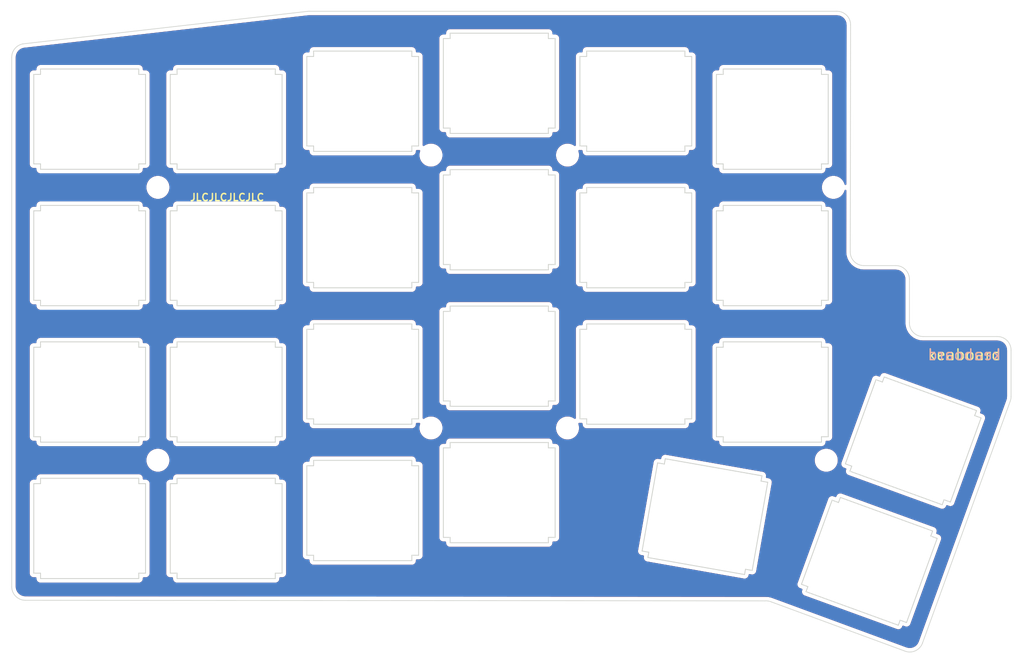
<source format=kicad_pcb>
(kicad_pcb (version 20171130) (host pcbnew 5.1.6-c6e7f7d~87~ubuntu20.04.1)
  (layers (0 F.Cu signal) (31 B.Cu signal) (34 B.Paste user) (35 F.Paste user) (36 B.SilkS user) (37 F.SilkS user) (38 B.Mask user) (39 F.Mask user) (44 Edge.Cuts user))
  (net 0 "")
  (module parts:MX-Alps_Switch_Cutout_simple (layer F.Cu) (at 163.141036 109.370348 340)
    (fp_text reference REF** hide)
    (fp_text value MX-Alps_Switch_Cutout_simple hide)
    (fp_line (start -7.8 -6.25) (end -6.85 -6.25) (layer Edge.Cuts) (width 0.12))
    (fp_line (start -7.8 6.25) (end -7.8 -6.25) (layer Edge.Cuts) (width 0.12))
    (fp_line (start -6.85 6.25) (end -7.8 6.25) (layer Edge.Cuts) (width 0.12))
    (fp_line (start -6.85 7) (end -6.85 6.25) (layer Edge.Cuts) (width 0.12))
    (fp_line (start 6.85 7) (end -6.85 7) (layer Edge.Cuts) (width 0.12))
    (fp_line (start 6.85 6.25) (end 6.85 7) (layer Edge.Cuts) (width 0.12))
    (fp_line (start 7.8 6.25) (end 6.85 6.25) (layer Edge.Cuts) (width 0.12))
    (fp_line (start 7.8 -6.25) (end 7.8 6.25) (layer Edge.Cuts) (width 0.12))
    (fp_line (start 6.85 -6.25) (end 7.8 -6.25) (layer Edge.Cuts) (width 0.12))
    (fp_line (start 6.85 -7) (end 6.85 -6.25) (layer Edge.Cuts) (width 0.12))
    (fp_line (start -6.85 -7) (end 6.85 -7) (layer Edge.Cuts) (width 0.12))
    (fp_line (start -6.85 -6.25) (end -6.85 -7) (layer Edge.Cuts) (width 0.12))
  )
  (module parts:MX-Alps_Switch_Cutout_simple (layer F.Cu) (at 169.263588 92.548775 340)
    (fp_text reference REF** hide)
    (fp_text value MX-Alps_Switch_Cutout_simple hide)
    (fp_line (start -7.8 -6.25) (end -6.85 -6.25) (layer Edge.Cuts) (width 0.12))
    (fp_line (start -7.8 6.25) (end -7.8 -6.25) (layer Edge.Cuts) (width 0.12))
    (fp_line (start -6.85 6.25) (end -7.8 6.25) (layer Edge.Cuts) (width 0.12))
    (fp_line (start -6.85 7) (end -6.85 6.25) (layer Edge.Cuts) (width 0.12))
    (fp_line (start 6.85 7) (end -6.85 7) (layer Edge.Cuts) (width 0.12))
    (fp_line (start 6.85 6.25) (end 6.85 7) (layer Edge.Cuts) (width 0.12))
    (fp_line (start 7.8 6.25) (end 6.85 6.25) (layer Edge.Cuts) (width 0.12))
    (fp_line (start 7.8 -6.25) (end 7.8 6.25) (layer Edge.Cuts) (width 0.12))
    (fp_line (start 6.85 -6.25) (end 7.8 -6.25) (layer Edge.Cuts) (width 0.12))
    (fp_line (start 6.85 -7) (end 6.85 -6.25) (layer Edge.Cuts) (width 0.12))
    (fp_line (start -6.85 -7) (end 6.85 -7) (layer Edge.Cuts) (width 0.12))
    (fp_line (start -6.85 -6.25) (end -6.85 -7) (layer Edge.Cuts) (width 0.12))
  )
  (module parts:MX-Alps_Switch_Cutout_simple (layer F.Cu) (at 140.201127 103.129912 350)
    (fp_text reference REF** hide)
    (fp_text value MX-Alps_Switch_Cutout_simple hide)
    (fp_line (start -7.8 -6.25) (end -6.85 -6.25) (layer Edge.Cuts) (width 0.12))
    (fp_line (start -7.8 6.25) (end -7.8 -6.25) (layer Edge.Cuts) (width 0.12))
    (fp_line (start -6.85 6.25) (end -7.8 6.25) (layer Edge.Cuts) (width 0.12))
    (fp_line (start -6.85 7) (end -6.85 6.25) (layer Edge.Cuts) (width 0.12))
    (fp_line (start 6.85 7) (end -6.85 7) (layer Edge.Cuts) (width 0.12))
    (fp_line (start 6.85 6.25) (end 6.85 7) (layer Edge.Cuts) (width 0.12))
    (fp_line (start 7.8 6.25) (end 6.85 6.25) (layer Edge.Cuts) (width 0.12))
    (fp_line (start 7.8 -6.25) (end 7.8 6.25) (layer Edge.Cuts) (width 0.12))
    (fp_line (start 6.85 -6.25) (end 7.8 -6.25) (layer Edge.Cuts) (width 0.12))
    (fp_line (start 6.85 -7) (end 6.85 -6.25) (layer Edge.Cuts) (width 0.12))
    (fp_line (start -6.85 -7) (end 6.85 -7) (layer Edge.Cuts) (width 0.12))
    (fp_line (start -6.85 -6.25) (end -6.85 -7) (layer Edge.Cuts) (width 0.12))
  )
  (module parts:MX-Alps_Switch_Cutout_simple (layer F.Cu) (at 149.606 66.675)
    (fp_text reference REF** hide)
    (fp_text value MX-Alps_Switch_Cutout_simple hide)
    (fp_line (start -7.8 -6.25) (end -6.85 -6.25) (layer Edge.Cuts) (width 0.12))
    (fp_line (start -7.8 6.25) (end -7.8 -6.25) (layer Edge.Cuts) (width 0.12))
    (fp_line (start -6.85 6.25) (end -7.8 6.25) (layer Edge.Cuts) (width 0.12))
    (fp_line (start -6.85 7) (end -6.85 6.25) (layer Edge.Cuts) (width 0.12))
    (fp_line (start 6.85 7) (end -6.85 7) (layer Edge.Cuts) (width 0.12))
    (fp_line (start 6.85 6.25) (end 6.85 7) (layer Edge.Cuts) (width 0.12))
    (fp_line (start 7.8 6.25) (end 6.85 6.25) (layer Edge.Cuts) (width 0.12))
    (fp_line (start 7.8 -6.25) (end 7.8 6.25) (layer Edge.Cuts) (width 0.12))
    (fp_line (start 6.85 -6.25) (end 7.8 -6.25) (layer Edge.Cuts) (width 0.12))
    (fp_line (start 6.85 -7) (end 6.85 -6.25) (layer Edge.Cuts) (width 0.12))
    (fp_line (start -6.85 -7) (end 6.85 -7) (layer Edge.Cuts) (width 0.12))
    (fp_line (start -6.85 -6.25) (end -6.85 -7) (layer Edge.Cuts) (width 0.12))
  )
  (module parts:MX-Alps_Switch_Cutout_simple (layer F.Cu) (at 130.556 83.225)
    (fp_text reference REF** hide)
    (fp_text value MX-Alps_Switch_Cutout_simple hide)
    (fp_line (start -7.8 -6.25) (end -6.85 -6.25) (layer Edge.Cuts) (width 0.12))
    (fp_line (start -7.8 6.25) (end -7.8 -6.25) (layer Edge.Cuts) (width 0.12))
    (fp_line (start -6.85 6.25) (end -7.8 6.25) (layer Edge.Cuts) (width 0.12))
    (fp_line (start -6.85 7) (end -6.85 6.25) (layer Edge.Cuts) (width 0.12))
    (fp_line (start 6.85 7) (end -6.85 7) (layer Edge.Cuts) (width 0.12))
    (fp_line (start 6.85 6.25) (end 6.85 7) (layer Edge.Cuts) (width 0.12))
    (fp_line (start 7.8 6.25) (end 6.85 6.25) (layer Edge.Cuts) (width 0.12))
    (fp_line (start 7.8 -6.25) (end 7.8 6.25) (layer Edge.Cuts) (width 0.12))
    (fp_line (start 6.85 -6.25) (end 7.8 -6.25) (layer Edge.Cuts) (width 0.12))
    (fp_line (start 6.85 -7) (end 6.85 -6.25) (layer Edge.Cuts) (width 0.12))
    (fp_line (start -6.85 -7) (end 6.85 -7) (layer Edge.Cuts) (width 0.12))
    (fp_line (start -6.85 -6.25) (end -6.85 -7) (layer Edge.Cuts) (width 0.12))
  )
  (module parts:MX-Alps_Switch_Cutout_simple (layer F.Cu) (at 149.606 47.625)
    (fp_text reference REF** hide)
    (fp_text value MX-Alps_Switch_Cutout_simple hide)
    (fp_line (start -7.8 -6.25) (end -6.85 -6.25) (layer Edge.Cuts) (width 0.12))
    (fp_line (start -7.8 6.25) (end -7.8 -6.25) (layer Edge.Cuts) (width 0.12))
    (fp_line (start -6.85 6.25) (end -7.8 6.25) (layer Edge.Cuts) (width 0.12))
    (fp_line (start -6.85 7) (end -6.85 6.25) (layer Edge.Cuts) (width 0.12))
    (fp_line (start 6.85 7) (end -6.85 7) (layer Edge.Cuts) (width 0.12))
    (fp_line (start 6.85 6.25) (end 6.85 7) (layer Edge.Cuts) (width 0.12))
    (fp_line (start 7.8 6.25) (end 6.85 6.25) (layer Edge.Cuts) (width 0.12))
    (fp_line (start 7.8 -6.25) (end 7.8 6.25) (layer Edge.Cuts) (width 0.12))
    (fp_line (start 6.85 -6.25) (end 7.8 -6.25) (layer Edge.Cuts) (width 0.12))
    (fp_line (start 6.85 -7) (end 6.85 -6.25) (layer Edge.Cuts) (width 0.12))
    (fp_line (start -6.85 -7) (end 6.85 -7) (layer Edge.Cuts) (width 0.12))
    (fp_line (start -6.85 -6.25) (end -6.85 -7) (layer Edge.Cuts) (width 0.12))
  )
  (module parts:MX-Alps_Switch_Cutout_simple (layer F.Cu) (at 130.556 64.175)
    (fp_text reference REF** hide)
    (fp_text value MX-Alps_Switch_Cutout_simple hide)
    (fp_line (start -7.8 -6.25) (end -6.85 -6.25) (layer Edge.Cuts) (width 0.12))
    (fp_line (start -7.8 6.25) (end -7.8 -6.25) (layer Edge.Cuts) (width 0.12))
    (fp_line (start -6.85 6.25) (end -7.8 6.25) (layer Edge.Cuts) (width 0.12))
    (fp_line (start -6.85 7) (end -6.85 6.25) (layer Edge.Cuts) (width 0.12))
    (fp_line (start 6.85 7) (end -6.85 7) (layer Edge.Cuts) (width 0.12))
    (fp_line (start 6.85 6.25) (end 6.85 7) (layer Edge.Cuts) (width 0.12))
    (fp_line (start 7.8 6.25) (end 6.85 6.25) (layer Edge.Cuts) (width 0.12))
    (fp_line (start 7.8 -6.25) (end 7.8 6.25) (layer Edge.Cuts) (width 0.12))
    (fp_line (start 6.85 -6.25) (end 7.8 -6.25) (layer Edge.Cuts) (width 0.12))
    (fp_line (start 6.85 -7) (end 6.85 -6.25) (layer Edge.Cuts) (width 0.12))
    (fp_line (start -6.85 -7) (end 6.85 -7) (layer Edge.Cuts) (width 0.12))
    (fp_line (start -6.85 -6.25) (end -6.85 -7) (layer Edge.Cuts) (width 0.12))
  )
  (module parts:MX-Alps_Switch_Cutout_simple (layer F.Cu) (at 130.556 45.125)
    (fp_text reference REF** hide)
    (fp_text value MX-Alps_Switch_Cutout_simple hide)
    (fp_line (start -7.8 -6.25) (end -6.85 -6.25) (layer Edge.Cuts) (width 0.12))
    (fp_line (start -7.8 6.25) (end -7.8 -6.25) (layer Edge.Cuts) (width 0.12))
    (fp_line (start -6.85 6.25) (end -7.8 6.25) (layer Edge.Cuts) (width 0.12))
    (fp_line (start -6.85 7) (end -6.85 6.25) (layer Edge.Cuts) (width 0.12))
    (fp_line (start 6.85 7) (end -6.85 7) (layer Edge.Cuts) (width 0.12))
    (fp_line (start 6.85 6.25) (end 6.85 7) (layer Edge.Cuts) (width 0.12))
    (fp_line (start 7.8 6.25) (end 6.85 6.25) (layer Edge.Cuts) (width 0.12))
    (fp_line (start 7.8 -6.25) (end 7.8 6.25) (layer Edge.Cuts) (width 0.12))
    (fp_line (start 6.85 -6.25) (end 7.8 -6.25) (layer Edge.Cuts) (width 0.12))
    (fp_line (start 6.85 -7) (end 6.85 -6.25) (layer Edge.Cuts) (width 0.12))
    (fp_line (start -6.85 -7) (end 6.85 -7) (layer Edge.Cuts) (width 0.12))
    (fp_line (start -6.85 -6.25) (end -6.85 -7) (layer Edge.Cuts) (width 0.12))
  )
  (module parts:MX-Alps_Switch_Cutout_simple (layer F.Cu) (at 149.606 85.725)
    (fp_text reference REF** hide)
    (fp_text value MX-Alps_Switch_Cutout_simple hide)
    (fp_line (start -7.8 -6.25) (end -6.85 -6.25) (layer Edge.Cuts) (width 0.12))
    (fp_line (start -7.8 6.25) (end -7.8 -6.25) (layer Edge.Cuts) (width 0.12))
    (fp_line (start -6.85 6.25) (end -7.8 6.25) (layer Edge.Cuts) (width 0.12))
    (fp_line (start -6.85 7) (end -6.85 6.25) (layer Edge.Cuts) (width 0.12))
    (fp_line (start 6.85 7) (end -6.85 7) (layer Edge.Cuts) (width 0.12))
    (fp_line (start 6.85 6.25) (end 6.85 7) (layer Edge.Cuts) (width 0.12))
    (fp_line (start 7.8 6.25) (end 6.85 6.25) (layer Edge.Cuts) (width 0.12))
    (fp_line (start 7.8 -6.25) (end 7.8 6.25) (layer Edge.Cuts) (width 0.12))
    (fp_line (start 6.85 -6.25) (end 7.8 -6.25) (layer Edge.Cuts) (width 0.12))
    (fp_line (start 6.85 -7) (end 6.85 -6.25) (layer Edge.Cuts) (width 0.12))
    (fp_line (start -6.85 -7) (end 6.85 -7) (layer Edge.Cuts) (width 0.12))
    (fp_line (start -6.85 -6.25) (end -6.85 -7) (layer Edge.Cuts) (width 0.12))
  )
  (module parts:MX-Alps_Switch_Cutout_simple (layer F.Cu) (at 111.506 80.725)
    (fp_text reference REF** hide)
    (fp_text value MX-Alps_Switch_Cutout_simple hide)
    (fp_line (start -7.8 -6.25) (end -6.85 -6.25) (layer Edge.Cuts) (width 0.12))
    (fp_line (start -7.8 6.25) (end -7.8 -6.25) (layer Edge.Cuts) (width 0.12))
    (fp_line (start -6.85 6.25) (end -7.8 6.25) (layer Edge.Cuts) (width 0.12))
    (fp_line (start -6.85 7) (end -6.85 6.25) (layer Edge.Cuts) (width 0.12))
    (fp_line (start 6.85 7) (end -6.85 7) (layer Edge.Cuts) (width 0.12))
    (fp_line (start 6.85 6.25) (end 6.85 7) (layer Edge.Cuts) (width 0.12))
    (fp_line (start 7.8 6.25) (end 6.85 6.25) (layer Edge.Cuts) (width 0.12))
    (fp_line (start 7.8 -6.25) (end 7.8 6.25) (layer Edge.Cuts) (width 0.12))
    (fp_line (start 6.85 -6.25) (end 7.8 -6.25) (layer Edge.Cuts) (width 0.12))
    (fp_line (start 6.85 -7) (end 6.85 -6.25) (layer Edge.Cuts) (width 0.12))
    (fp_line (start -6.85 -7) (end 6.85 -7) (layer Edge.Cuts) (width 0.12))
    (fp_line (start -6.85 -6.25) (end -6.85 -7) (layer Edge.Cuts) (width 0.12))
  )
  (module parts:MX-Alps_Switch_Cutout_simple (layer F.Cu) (at 111.506 99.775)
    (fp_text reference REF** hide)
    (fp_text value MX-Alps_Switch_Cutout_simple hide)
    (fp_line (start -7.8 -6.25) (end -6.85 -6.25) (layer Edge.Cuts) (width 0.12))
    (fp_line (start -7.8 6.25) (end -7.8 -6.25) (layer Edge.Cuts) (width 0.12))
    (fp_line (start -6.85 6.25) (end -7.8 6.25) (layer Edge.Cuts) (width 0.12))
    (fp_line (start -6.85 7) (end -6.85 6.25) (layer Edge.Cuts) (width 0.12))
    (fp_line (start 6.85 7) (end -6.85 7) (layer Edge.Cuts) (width 0.12))
    (fp_line (start 6.85 6.25) (end 6.85 7) (layer Edge.Cuts) (width 0.12))
    (fp_line (start 7.8 6.25) (end 6.85 6.25) (layer Edge.Cuts) (width 0.12))
    (fp_line (start 7.8 -6.25) (end 7.8 6.25) (layer Edge.Cuts) (width 0.12))
    (fp_line (start 6.85 -6.25) (end 7.8 -6.25) (layer Edge.Cuts) (width 0.12))
    (fp_line (start 6.85 -7) (end 6.85 -6.25) (layer Edge.Cuts) (width 0.12))
    (fp_line (start -6.85 -7) (end 6.85 -7) (layer Edge.Cuts) (width 0.12))
    (fp_line (start -6.85 -6.25) (end -6.85 -7) (layer Edge.Cuts) (width 0.12))
  )
  (module parts:MX-Alps_Switch_Cutout_simple (layer F.Cu) (at 111.506 42.625)
    (fp_text reference REF** hide)
    (fp_text value MX-Alps_Switch_Cutout_simple hide)
    (fp_line (start -7.8 -6.25) (end -6.85 -6.25) (layer Edge.Cuts) (width 0.12))
    (fp_line (start -7.8 6.25) (end -7.8 -6.25) (layer Edge.Cuts) (width 0.12))
    (fp_line (start -6.85 6.25) (end -7.8 6.25) (layer Edge.Cuts) (width 0.12))
    (fp_line (start -6.85 7) (end -6.85 6.25) (layer Edge.Cuts) (width 0.12))
    (fp_line (start 6.85 7) (end -6.85 7) (layer Edge.Cuts) (width 0.12))
    (fp_line (start 6.85 6.25) (end 6.85 7) (layer Edge.Cuts) (width 0.12))
    (fp_line (start 7.8 6.25) (end 6.85 6.25) (layer Edge.Cuts) (width 0.12))
    (fp_line (start 7.8 -6.25) (end 7.8 6.25) (layer Edge.Cuts) (width 0.12))
    (fp_line (start 6.85 -6.25) (end 7.8 -6.25) (layer Edge.Cuts) (width 0.12))
    (fp_line (start 6.85 -7) (end 6.85 -6.25) (layer Edge.Cuts) (width 0.12))
    (fp_line (start -6.85 -7) (end 6.85 -7) (layer Edge.Cuts) (width 0.12))
    (fp_line (start -6.85 -6.25) (end -6.85 -7) (layer Edge.Cuts) (width 0.12))
  )
  (module parts:MX-Alps_Switch_Cutout_simple (layer F.Cu) (at 111.506 61.675)
    (fp_text reference REF** hide)
    (fp_text value MX-Alps_Switch_Cutout_simple hide)
    (fp_line (start -7.8 -6.25) (end -6.85 -6.25) (layer Edge.Cuts) (width 0.12))
    (fp_line (start -7.8 6.25) (end -7.8 -6.25) (layer Edge.Cuts) (width 0.12))
    (fp_line (start -6.85 6.25) (end -7.8 6.25) (layer Edge.Cuts) (width 0.12))
    (fp_line (start -6.85 7) (end -6.85 6.25) (layer Edge.Cuts) (width 0.12))
    (fp_line (start 6.85 7) (end -6.85 7) (layer Edge.Cuts) (width 0.12))
    (fp_line (start 6.85 6.25) (end 6.85 7) (layer Edge.Cuts) (width 0.12))
    (fp_line (start 7.8 6.25) (end 6.85 6.25) (layer Edge.Cuts) (width 0.12))
    (fp_line (start 7.8 -6.25) (end 7.8 6.25) (layer Edge.Cuts) (width 0.12))
    (fp_line (start 6.85 -6.25) (end 7.8 -6.25) (layer Edge.Cuts) (width 0.12))
    (fp_line (start 6.85 -7) (end 6.85 -6.25) (layer Edge.Cuts) (width 0.12))
    (fp_line (start -6.85 -7) (end 6.85 -7) (layer Edge.Cuts) (width 0.12))
    (fp_line (start -6.85 -6.25) (end -6.85 -7) (layer Edge.Cuts) (width 0.12))
  )
  (module parts:MX-Alps_Switch_Cutout_simple (layer F.Cu) (at 73.406 66.675)
    (fp_text reference REF** hide)
    (fp_text value MX-Alps_Switch_Cutout_simple hide)
    (fp_line (start -7.8 -6.25) (end -6.85 -6.25) (layer Edge.Cuts) (width 0.12))
    (fp_line (start -7.8 6.25) (end -7.8 -6.25) (layer Edge.Cuts) (width 0.12))
    (fp_line (start -6.85 6.25) (end -7.8 6.25) (layer Edge.Cuts) (width 0.12))
    (fp_line (start -6.85 7) (end -6.85 6.25) (layer Edge.Cuts) (width 0.12))
    (fp_line (start 6.85 7) (end -6.85 7) (layer Edge.Cuts) (width 0.12))
    (fp_line (start 6.85 6.25) (end 6.85 7) (layer Edge.Cuts) (width 0.12))
    (fp_line (start 7.8 6.25) (end 6.85 6.25) (layer Edge.Cuts) (width 0.12))
    (fp_line (start 7.8 -6.25) (end 7.8 6.25) (layer Edge.Cuts) (width 0.12))
    (fp_line (start 6.85 -6.25) (end 7.8 -6.25) (layer Edge.Cuts) (width 0.12))
    (fp_line (start 6.85 -7) (end 6.85 -6.25) (layer Edge.Cuts) (width 0.12))
    (fp_line (start -6.85 -7) (end 6.85 -7) (layer Edge.Cuts) (width 0.12))
    (fp_line (start -6.85 -6.25) (end -6.85 -7) (layer Edge.Cuts) (width 0.12))
  )
  (module parts:MX-Alps_Switch_Cutout_simple (layer F.Cu) (at 73.406 85.725)
    (fp_text reference REF** hide)
    (fp_text value MX-Alps_Switch_Cutout_simple hide)
    (fp_line (start -7.8 -6.25) (end -6.85 -6.25) (layer Edge.Cuts) (width 0.12))
    (fp_line (start -7.8 6.25) (end -7.8 -6.25) (layer Edge.Cuts) (width 0.12))
    (fp_line (start -6.85 6.25) (end -7.8 6.25) (layer Edge.Cuts) (width 0.12))
    (fp_line (start -6.85 7) (end -6.85 6.25) (layer Edge.Cuts) (width 0.12))
    (fp_line (start 6.85 7) (end -6.85 7) (layer Edge.Cuts) (width 0.12))
    (fp_line (start 6.85 6.25) (end 6.85 7) (layer Edge.Cuts) (width 0.12))
    (fp_line (start 7.8 6.25) (end 6.85 6.25) (layer Edge.Cuts) (width 0.12))
    (fp_line (start 7.8 -6.25) (end 7.8 6.25) (layer Edge.Cuts) (width 0.12))
    (fp_line (start 6.85 -6.25) (end 7.8 -6.25) (layer Edge.Cuts) (width 0.12))
    (fp_line (start 6.85 -7) (end 6.85 -6.25) (layer Edge.Cuts) (width 0.12))
    (fp_line (start -6.85 -7) (end 6.85 -7) (layer Edge.Cuts) (width 0.12))
    (fp_line (start -6.85 -6.25) (end -6.85 -7) (layer Edge.Cuts) (width 0.12))
  )
  (module parts:MX-Alps_Switch_Cutout_simple (layer F.Cu) (at 73.406 104.775)
    (fp_text reference REF** hide)
    (fp_text value MX-Alps_Switch_Cutout_simple hide)
    (fp_line (start -7.8 -6.25) (end -6.85 -6.25) (layer Edge.Cuts) (width 0.12))
    (fp_line (start -7.8 6.25) (end -7.8 -6.25) (layer Edge.Cuts) (width 0.12))
    (fp_line (start -6.85 6.25) (end -7.8 6.25) (layer Edge.Cuts) (width 0.12))
    (fp_line (start -6.85 7) (end -6.85 6.25) (layer Edge.Cuts) (width 0.12))
    (fp_line (start 6.85 7) (end -6.85 7) (layer Edge.Cuts) (width 0.12))
    (fp_line (start 6.85 6.25) (end 6.85 7) (layer Edge.Cuts) (width 0.12))
    (fp_line (start 7.8 6.25) (end 6.85 6.25) (layer Edge.Cuts) (width 0.12))
    (fp_line (start 7.8 -6.25) (end 7.8 6.25) (layer Edge.Cuts) (width 0.12))
    (fp_line (start 6.85 -6.25) (end 7.8 -6.25) (layer Edge.Cuts) (width 0.12))
    (fp_line (start 6.85 -7) (end 6.85 -6.25) (layer Edge.Cuts) (width 0.12))
    (fp_line (start -6.85 -7) (end 6.85 -7) (layer Edge.Cuts) (width 0.12))
    (fp_line (start -6.85 -6.25) (end -6.85 -7) (layer Edge.Cuts) (width 0.12))
  )
  (module parts:MX-Alps_Switch_Cutout_simple (layer F.Cu) (at 73.406 47.625)
    (fp_text reference REF** hide)
    (fp_text value MX-Alps_Switch_Cutout_simple hide)
    (fp_line (start -7.8 -6.25) (end -6.85 -6.25) (layer Edge.Cuts) (width 0.12))
    (fp_line (start -7.8 6.25) (end -7.8 -6.25) (layer Edge.Cuts) (width 0.12))
    (fp_line (start -6.85 6.25) (end -7.8 6.25) (layer Edge.Cuts) (width 0.12))
    (fp_line (start -6.85 7) (end -6.85 6.25) (layer Edge.Cuts) (width 0.12))
    (fp_line (start 6.85 7) (end -6.85 7) (layer Edge.Cuts) (width 0.12))
    (fp_line (start 6.85 6.25) (end 6.85 7) (layer Edge.Cuts) (width 0.12))
    (fp_line (start 7.8 6.25) (end 6.85 6.25) (layer Edge.Cuts) (width 0.12))
    (fp_line (start 7.8 -6.25) (end 7.8 6.25) (layer Edge.Cuts) (width 0.12))
    (fp_line (start 6.85 -6.25) (end 7.8 -6.25) (layer Edge.Cuts) (width 0.12))
    (fp_line (start 6.85 -7) (end 6.85 -6.25) (layer Edge.Cuts) (width 0.12))
    (fp_line (start -6.85 -7) (end 6.85 -7) (layer Edge.Cuts) (width 0.12))
    (fp_line (start -6.85 -6.25) (end -6.85 -7) (layer Edge.Cuts) (width 0.12))
  )
  (module parts:MX-Alps_Switch_Cutout_simple (layer F.Cu) (at 92.456 45.125)
    (fp_text reference REF** hide)
    (fp_text value MX-Alps_Switch_Cutout_simple hide)
    (fp_line (start -7.8 -6.25) (end -6.85 -6.25) (layer Edge.Cuts) (width 0.12))
    (fp_line (start -7.8 6.25) (end -7.8 -6.25) (layer Edge.Cuts) (width 0.12))
    (fp_line (start -6.85 6.25) (end -7.8 6.25) (layer Edge.Cuts) (width 0.12))
    (fp_line (start -6.85 7) (end -6.85 6.25) (layer Edge.Cuts) (width 0.12))
    (fp_line (start 6.85 7) (end -6.85 7) (layer Edge.Cuts) (width 0.12))
    (fp_line (start 6.85 6.25) (end 6.85 7) (layer Edge.Cuts) (width 0.12))
    (fp_line (start 7.8 6.25) (end 6.85 6.25) (layer Edge.Cuts) (width 0.12))
    (fp_line (start 7.8 -6.25) (end 7.8 6.25) (layer Edge.Cuts) (width 0.12))
    (fp_line (start 6.85 -6.25) (end 7.8 -6.25) (layer Edge.Cuts) (width 0.12))
    (fp_line (start 6.85 -7) (end 6.85 -6.25) (layer Edge.Cuts) (width 0.12))
    (fp_line (start -6.85 -7) (end 6.85 -7) (layer Edge.Cuts) (width 0.12))
    (fp_line (start -6.85 -6.25) (end -6.85 -7) (layer Edge.Cuts) (width 0.12))
  )
  (module parts:MX-Alps_Switch_Cutout_simple (layer F.Cu) (at 92.456 64.175)
    (fp_text reference REF** hide)
    (fp_text value MX-Alps_Switch_Cutout_simple hide)
    (fp_line (start -7.8 -6.25) (end -6.85 -6.25) (layer Edge.Cuts) (width 0.12))
    (fp_line (start -7.8 6.25) (end -7.8 -6.25) (layer Edge.Cuts) (width 0.12))
    (fp_line (start -6.85 6.25) (end -7.8 6.25) (layer Edge.Cuts) (width 0.12))
    (fp_line (start -6.85 7) (end -6.85 6.25) (layer Edge.Cuts) (width 0.12))
    (fp_line (start 6.85 7) (end -6.85 7) (layer Edge.Cuts) (width 0.12))
    (fp_line (start 6.85 6.25) (end 6.85 7) (layer Edge.Cuts) (width 0.12))
    (fp_line (start 7.8 6.25) (end 6.85 6.25) (layer Edge.Cuts) (width 0.12))
    (fp_line (start 7.8 -6.25) (end 7.8 6.25) (layer Edge.Cuts) (width 0.12))
    (fp_line (start 6.85 -6.25) (end 7.8 -6.25) (layer Edge.Cuts) (width 0.12))
    (fp_line (start 6.85 -7) (end 6.85 -6.25) (layer Edge.Cuts) (width 0.12))
    (fp_line (start -6.85 -7) (end 6.85 -7) (layer Edge.Cuts) (width 0.12))
    (fp_line (start -6.85 -6.25) (end -6.85 -7) (layer Edge.Cuts) (width 0.12))
  )
  (module parts:MX-Alps_Switch_Cutout_simple (layer F.Cu) (at 92.456 102.275)
    (fp_text reference REF** hide)
    (fp_text value MX-Alps_Switch_Cutout_simple hide)
    (fp_line (start -7.8 -6.25) (end -6.85 -6.25) (layer Edge.Cuts) (width 0.12))
    (fp_line (start -7.8 6.25) (end -7.8 -6.25) (layer Edge.Cuts) (width 0.12))
    (fp_line (start -6.85 6.25) (end -7.8 6.25) (layer Edge.Cuts) (width 0.12))
    (fp_line (start -6.85 7) (end -6.85 6.25) (layer Edge.Cuts) (width 0.12))
    (fp_line (start 6.85 7) (end -6.85 7) (layer Edge.Cuts) (width 0.12))
    (fp_line (start 6.85 6.25) (end 6.85 7) (layer Edge.Cuts) (width 0.12))
    (fp_line (start 7.8 6.25) (end 6.85 6.25) (layer Edge.Cuts) (width 0.12))
    (fp_line (start 7.8 -6.25) (end 7.8 6.25) (layer Edge.Cuts) (width 0.12))
    (fp_line (start 6.85 -6.25) (end 7.8 -6.25) (layer Edge.Cuts) (width 0.12))
    (fp_line (start 6.85 -7) (end 6.85 -6.25) (layer Edge.Cuts) (width 0.12))
    (fp_line (start -6.85 -7) (end 6.85 -7) (layer Edge.Cuts) (width 0.12))
    (fp_line (start -6.85 -6.25) (end -6.85 -7) (layer Edge.Cuts) (width 0.12))
  )
  (module parts:MX-Alps_Switch_Cutout_simple (layer F.Cu) (at 92.456 83.225)
    (fp_text reference REF** hide)
    (fp_text value MX-Alps_Switch_Cutout_simple hide)
    (fp_line (start -7.8 -6.25) (end -6.85 -6.25) (layer Edge.Cuts) (width 0.12))
    (fp_line (start -7.8 6.25) (end -7.8 -6.25) (layer Edge.Cuts) (width 0.12))
    (fp_line (start -6.85 6.25) (end -7.8 6.25) (layer Edge.Cuts) (width 0.12))
    (fp_line (start -6.85 7) (end -6.85 6.25) (layer Edge.Cuts) (width 0.12))
    (fp_line (start 6.85 7) (end -6.85 7) (layer Edge.Cuts) (width 0.12))
    (fp_line (start 6.85 6.25) (end 6.85 7) (layer Edge.Cuts) (width 0.12))
    (fp_line (start 7.8 6.25) (end 6.85 6.25) (layer Edge.Cuts) (width 0.12))
    (fp_line (start 7.8 -6.25) (end 7.8 6.25) (layer Edge.Cuts) (width 0.12))
    (fp_line (start 6.85 -6.25) (end 7.8 -6.25) (layer Edge.Cuts) (width 0.12))
    (fp_line (start 6.85 -7) (end 6.85 -6.25) (layer Edge.Cuts) (width 0.12))
    (fp_line (start -6.85 -7) (end 6.85 -7) (layer Edge.Cuts) (width 0.12))
    (fp_line (start -6.85 -6.25) (end -6.85 -7) (layer Edge.Cuts) (width 0.12))
  )
  (module parts:MX-Alps_Switch_Cutout_simple (layer F.Cu) (at 54.356 47.625)
    (fp_text reference REF** hide)
    (fp_text value MX-Alps_Switch_Cutout_simple hide)
    (fp_line (start -7.8 -6.25) (end -6.85 -6.25) (layer Edge.Cuts) (width 0.12))
    (fp_line (start -7.8 6.25) (end -7.8 -6.25) (layer Edge.Cuts) (width 0.12))
    (fp_line (start -6.85 6.25) (end -7.8 6.25) (layer Edge.Cuts) (width 0.12))
    (fp_line (start -6.85 7) (end -6.85 6.25) (layer Edge.Cuts) (width 0.12))
    (fp_line (start 6.85 7) (end -6.85 7) (layer Edge.Cuts) (width 0.12))
    (fp_line (start 6.85 6.25) (end 6.85 7) (layer Edge.Cuts) (width 0.12))
    (fp_line (start 7.8 6.25) (end 6.85 6.25) (layer Edge.Cuts) (width 0.12))
    (fp_line (start 7.8 -6.25) (end 7.8 6.25) (layer Edge.Cuts) (width 0.12))
    (fp_line (start 6.85 -6.25) (end 7.8 -6.25) (layer Edge.Cuts) (width 0.12))
    (fp_line (start 6.85 -7) (end 6.85 -6.25) (layer Edge.Cuts) (width 0.12))
    (fp_line (start -6.85 -7) (end 6.85 -7) (layer Edge.Cuts) (width 0.12))
    (fp_line (start -6.85 -6.25) (end -6.85 -7) (layer Edge.Cuts) (width 0.12))
  )
  (module parts:MX-Alps_Switch_Cutout_simple (layer F.Cu) (at 54.356 66.675)
    (fp_text reference REF** hide)
    (fp_text value MX-Alps_Switch_Cutout_simple hide)
    (fp_line (start -7.8 -6.25) (end -6.85 -6.25) (layer Edge.Cuts) (width 0.12))
    (fp_line (start -7.8 6.25) (end -7.8 -6.25) (layer Edge.Cuts) (width 0.12))
    (fp_line (start -6.85 6.25) (end -7.8 6.25) (layer Edge.Cuts) (width 0.12))
    (fp_line (start -6.85 7) (end -6.85 6.25) (layer Edge.Cuts) (width 0.12))
    (fp_line (start 6.85 7) (end -6.85 7) (layer Edge.Cuts) (width 0.12))
    (fp_line (start 6.85 6.25) (end 6.85 7) (layer Edge.Cuts) (width 0.12))
    (fp_line (start 7.8 6.25) (end 6.85 6.25) (layer Edge.Cuts) (width 0.12))
    (fp_line (start 7.8 -6.25) (end 7.8 6.25) (layer Edge.Cuts) (width 0.12))
    (fp_line (start 6.85 -6.25) (end 7.8 -6.25) (layer Edge.Cuts) (width 0.12))
    (fp_line (start 6.85 -7) (end 6.85 -6.25) (layer Edge.Cuts) (width 0.12))
    (fp_line (start -6.85 -7) (end 6.85 -7) (layer Edge.Cuts) (width 0.12))
    (fp_line (start -6.85 -6.25) (end -6.85 -7) (layer Edge.Cuts) (width 0.12))
  )
  (module parts:MX-Alps_Switch_Cutout_simple (layer F.Cu) (at 54.356 85.725)
    (fp_text reference REF** hide)
    (fp_text value MX-Alps_Switch_Cutout_simple hide)
    (fp_line (start -7.8 -6.25) (end -6.85 -6.25) (layer Edge.Cuts) (width 0.12))
    (fp_line (start -7.8 6.25) (end -7.8 -6.25) (layer Edge.Cuts) (width 0.12))
    (fp_line (start -6.85 6.25) (end -7.8 6.25) (layer Edge.Cuts) (width 0.12))
    (fp_line (start -6.85 7) (end -6.85 6.25) (layer Edge.Cuts) (width 0.12))
    (fp_line (start 6.85 7) (end -6.85 7) (layer Edge.Cuts) (width 0.12))
    (fp_line (start 6.85 6.25) (end 6.85 7) (layer Edge.Cuts) (width 0.12))
    (fp_line (start 7.8 6.25) (end 6.85 6.25) (layer Edge.Cuts) (width 0.12))
    (fp_line (start 7.8 -6.25) (end 7.8 6.25) (layer Edge.Cuts) (width 0.12))
    (fp_line (start 6.85 -6.25) (end 7.8 -6.25) (layer Edge.Cuts) (width 0.12))
    (fp_line (start 6.85 -7) (end 6.85 -6.25) (layer Edge.Cuts) (width 0.12))
    (fp_line (start -6.85 -7) (end 6.85 -7) (layer Edge.Cuts) (width 0.12))
    (fp_line (start -6.85 -6.25) (end -6.85 -7) (layer Edge.Cuts) (width 0.12))
  )
  (module parts:MX-Alps_Switch_Cutout_simple (layer F.Cu) (at 54.356 104.775)
    (fp_text reference REF** hide)
    (fp_text value MX-Alps_Switch_Cutout_simple hide)
    (fp_line (start -7.8 -6.25) (end -6.85 -6.25) (layer Edge.Cuts) (width 0.12))
    (fp_line (start -7.8 6.25) (end -7.8 -6.25) (layer Edge.Cuts) (width 0.12))
    (fp_line (start -6.85 6.25) (end -7.8 6.25) (layer Edge.Cuts) (width 0.12))
    (fp_line (start -6.85 7) (end -6.85 6.25) (layer Edge.Cuts) (width 0.12))
    (fp_line (start 6.85 7) (end -6.85 7) (layer Edge.Cuts) (width 0.12))
    (fp_line (start 6.85 6.25) (end 6.85 7) (layer Edge.Cuts) (width 0.12))
    (fp_line (start 7.8 6.25) (end 6.85 6.25) (layer Edge.Cuts) (width 0.12))
    (fp_line (start 7.8 -6.25) (end 7.8 6.25) (layer Edge.Cuts) (width 0.12))
    (fp_line (start 6.85 -6.25) (end 7.8 -6.25) (layer Edge.Cuts) (width 0.12))
    (fp_line (start 6.85 -7) (end 6.85 -6.25) (layer Edge.Cuts) (width 0.12))
    (fp_line (start -6.85 -7) (end 6.85 -7) (layer Edge.Cuts) (width 0.12))
    (fp_line (start -6.85 -6.25) (end -6.85 -7) (layer Edge.Cuts) (width 0.12))
  )
  (module MountingHole:MountingHole_2.2mm_M2 (layer F.Cu) (at 63.881 95.25)
    (fp_text reference REF** hide)
    (fp_text value MountingHole_2.2mm_M2 hide)
    (pad 1 np_thru_hole circle (at 0 0) (size 2.2 2.2) (drill 2.2) (layers *.Cu *.Mask))
  )
  (module MountingHole:MountingHole_2.2mm_M2 (layer F.Cu) (at 101.981 90.75)
    (fp_text reference REF** hide)
    (fp_text value MountingHole_2.2mm_M2 hide)
    (pad 1 np_thru_hole circle (at 0 0) (size 2.2 2.2) (drill 2.2) (layers *.Cu *.Mask))
  )
  (module MountingHole:MountingHole_2.2mm_M2 (layer F.Cu) (at 157.131 95.25)
    (fp_text reference REF** hide)
    (fp_text value MountingHole_2.2mm_M2 hide)
    (pad 1 np_thru_hole circle (at 0 0) (size 2.2 2.2) (drill 2.2) (layers *.Cu *.Mask))
  )
  (module MountingHole:MountingHole_2.2mm_M2 (layer F.Cu) (at 101.981 52.65)
    (fp_text reference REF** hide)
    (fp_text value MountingHole_2.2mm_M2 hide)
    (pad 1 np_thru_hole circle (at 0 0) (size 2.2 2.2) (drill 2.2) (layers *.Cu *.Mask))
  )
  (module MountingHole:MountingHole_2.2mm_M2 (layer F.Cu) (at 121.031 52.65)
    (fp_text reference REF** hide)
    (fp_text value MountingHole_2.2mm_M2 hide)
    (pad 1 np_thru_hole circle (at 0 0) (size 2.2 2.2) (drill 2.2) (layers *.Cu *.Mask))
  )
  (module MountingHole:MountingHole_2.2mm_M2 (layer F.Cu) (at 63.881 57.15)
    (fp_text reference REF** hide)
    (fp_text value MountingHole_2.2mm_M2 hide)
    (pad 1 np_thru_hole circle (at 0 0) (size 2.2 2.2) (drill 2.2) (layers *.Cu *.Mask))
  )
  (module MountingHole:MountingHole_2.2mm_M2 (layer F.Cu) (at 158.131 57.15)
    (fp_text reference REF** hide)
    (fp_text value MountingHole_2.2mm_M2 hide)
    (pad 1 np_thru_hole circle (at 0 0) (size 2.2 2.2) (drill 2.2) (layers *.Cu *.Mask))
  )
  (module MountingHole:MountingHole_2.2mm_M2 (layer F.Cu) (at 121.031 90.75)
    (fp_text reference REF** hide)
    (fp_text value MountingHole_2.2mm_M2 hide)
    (pad 1 np_thru_hole circle (at 0 0) (size 2.2 2.2) (drill 2.2) (layers *.Cu *.Mask))
  )
  (gr_text JLCJLCJLCJLC (at 73.533 58.547) (layer F.SilkS) (effects (font (size 1 1) (thickness 0.2))))
  (gr_text keaboard (at 176.403 80.518) (layer B.SilkS) (effects (font (size 1.5 1.5) (thickness 0.2)) (justify mirror)))
  (gr_arc (start 166.83 69.977) (end 168.735 69.977) (angle -90) (layer Edge.Cuts) (width 0.1))
  (gr_line (start 162.385 68.072) (end 166.83 68.072) (layer Edge.Cuts) (width 0.1))
  (gr_arc (start 170.64 76.073) (end 168.735 76.073) (angle -90) (layer Edge.Cuts) (width 0.1))
  (gr_arc (start 162.385 66.167) (end 160.48 66.167) (angle -90) (layer Edge.Cuts) (width 0.1))
  (gr_line (start 168.735 69.977) (end 168.735 76.073) (layer Edge.Cuts) (width 0.1))
  (gr_text keaboard (at 176.403 80.518) (layer F.SilkS) (effects (font (size 1.5 1.5) (thickness 0.2))))
  (gr_line (start 160.528 34.465) (end 160.48 66.167) (layer Edge.Cuts) (width 0.1))
  (gr_line (start 170.64 77.978) (end 181.011 77.978) (layer Edge.Cuts) (width 0.1))
  (gr_arc (start 181.011 79.883) (end 182.916 79.883) (angle -90) (layer Edge.Cuts) (width 0.1))
  (gr_arc (start 158.623 34.465) (end 160.528 34.465) (angle -90) (layer Edge.Cuts) (width 0.1))
  (gr_line (start 43.482 112.903) (end 43.482 38.989) (layer Edge.Cuts) (width 0.1))
  (gr_line (start 148.590273 114.887) (end 45.387 114.808) (layer Edge.Cuts) (width 0.1))
  (gr_arc (start 45.387 112.903) (end 43.482 112.903) (angle -90) (layer Edge.Cuts) (width 0.1))
  (gr_arc (start 148.717001 116.817249) (end 149.479 115.03925) (angle -26.95486857) (layer Edge.Cuts) (width 0.1))
  (gr_line (start 45.0562 37.112941) (end 84.711228 32.576711) (layer Edge.Cuts) (width 0.1))
  (gr_line (start 168.148 121.92) (end 149.479 115.03925) (layer Edge.Cuts) (width 0.1))
  (gr_arc (start 84.963 34.465) (end 84.963 32.56) (angle -7.594647344) (layer Edge.Cuts) (width 0.1))
  (gr_line (start 182.80601 86.995) (end 170.560996 120.777) (layer Edge.Cuts) (width 0.1))
  (gr_line (start 84.963 32.56) (end 158.623 32.56) (layer Edge.Cuts) (width 0.1))
  (gr_line (start 182.916 79.883) (end 182.916 86.36) (layer Edge.Cuts) (width 0.1))
  (gr_arc (start 181.02801 86.360001) (end 182.80601 86.995) (angle -19.65382589) (layer Edge.Cuts) (width 0.1))
  (gr_arc (start 45.387 38.989) (end 43.482 38.989) (angle 80) (layer Edge.Cuts) (width 0.1))
  (gr_arc (start 168.782998 120.142002) (end 168.148 121.92) (angle -90) (layer Edge.Cuts) (width 0.1))
  (zone (net 0) (net_name "") (layer F.Cu) (connect_pads (clearance 0.508)) (min_thickness 0.254) (fill yes (arc_segments 32) (thermal_gap 0.508) (thermal_bridge_width 0.508))
    (polygon (pts (xy 183.642 122.943938) (xy 42.291 123.138407) (xy 42.545 30.988) (xy 184.7215 31.136828)))
  )
  (zone (net 0) (net_name "") (layer B.Cu) (connect_pads (clearance 0.508)) (min_thickness 0.254) (fill yes (arc_segments 32) (thermal_gap 0.508) (thermal_bridge_width 0.508))
    (polygon (pts (xy 184.531 31.623) (xy 42.545 31.369) (xy 41.8465 122.830828) (xy 183.7055 123.041172)))
  )
)
</source>
